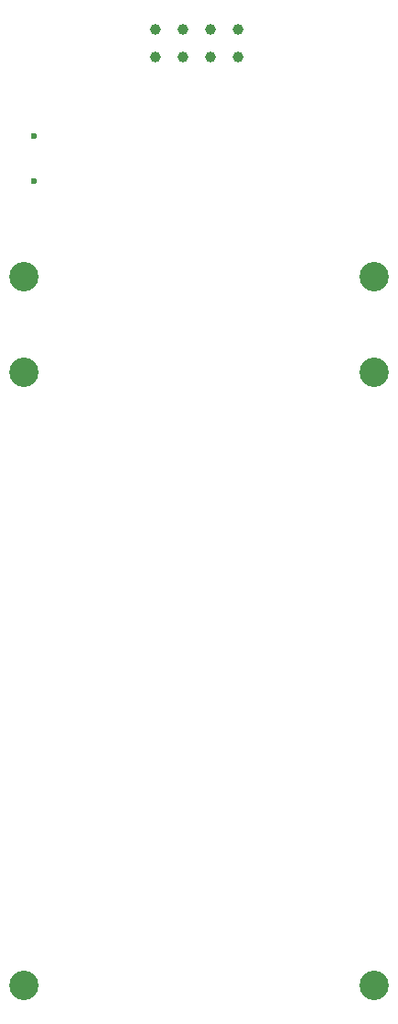
<source format=gbr>
%TF.GenerationSoftware,KiCad,Pcbnew,7.0.1*%
%TF.CreationDate,2023-11-23T23:45:04+01:00*%
%TF.ProjectId,Spotify_controller,53706f74-6966-4795-9f63-6f6e74726f6c,rev?*%
%TF.SameCoordinates,Original*%
%TF.FileFunction,NonPlated,1,2,NPTH,Drill*%
%TF.FilePolarity,Positive*%
%FSLAX46Y46*%
G04 Gerber Fmt 4.6, Leading zero omitted, Abs format (unit mm)*
G04 Created by KiCad (PCBNEW 7.0.1) date 2023-11-23 23:45:04*
%MOMM*%
%LPD*%
G01*
G04 APERTURE LIST*
%TA.AperFunction,ComponentDrill*%
%ADD10C,0.600000*%
%TD*%
%TA.AperFunction,ComponentDrill*%
%ADD11C,1.000000*%
%TD*%
%TA.AperFunction,ComponentDrill*%
%ADD12C,2.700000*%
%TD*%
G04 APERTURE END LIST*
D10*
%TO.C,J4*%
X32122000Y-61422500D03*
X32122000Y-65522500D03*
D11*
%TO.C,J1*%
X43307000Y-51587400D03*
X43307000Y-54167400D03*
X45847000Y-51587400D03*
X45847000Y-54167400D03*
X48387000Y-51587400D03*
X48387000Y-54127400D03*
X50927000Y-51587400D03*
X50927000Y-54127400D03*
D12*
%TO.C,H3*%
X31250000Y-74360000D03*
%TO.C,H6*%
X31250000Y-83180000D03*
%TO.C,H1*%
X31250000Y-139600000D03*
%TO.C,H2*%
X63450000Y-74360000D03*
%TO.C,H5*%
X63450000Y-83180000D03*
%TO.C,H4*%
X63450000Y-139600000D03*
M02*

</source>
